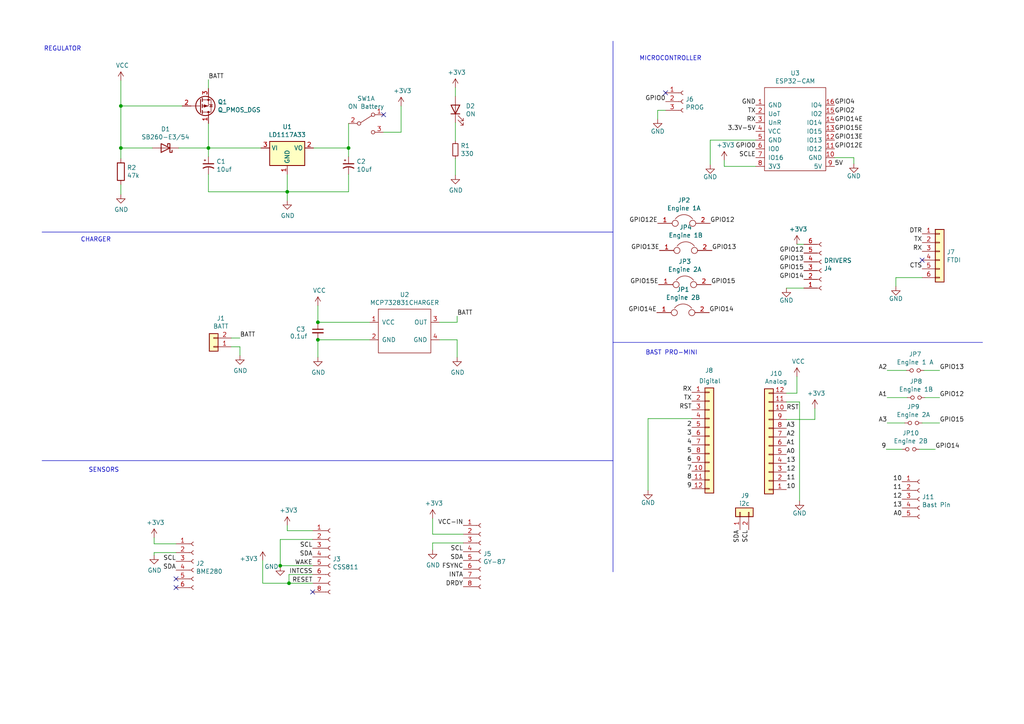
<source format=kicad_sch>
(kicad_sch (version 20230121) (generator eeschema)
  (paper "A4")
  (title_block (title "ROVER MAIN") (date "2019-07-04") (company "Electronic Cats") (comment 1 "Ing. Rocío Rodríguez"))
  (lib_symbols
    (symbol "Connector_Generic:Conn_01x02" (pin_names (offset 1.016) hide)
      (property "Reference" "J" (at 0 2.54 0))
      (property "Value" "Conn_01x02" (at 0 -5.08 0))
      (symbol "Conn_01x02_1_1"
        (rectangle (start -1.27 -2.413) (end 0 -2.667) (stroke (width 0.1524)))
        (rectangle (start -1.27 0.127) (end 0 -0.127) (stroke (width 0.1524)))
        (rectangle (start -1.27 1.27) (end 1.27 -3.81) (stroke (width 0.254)) (fill (type background)))
        (pin passive line (at -5.08 0 0) (length 3.81) (name "Pin_1") (number "1"))
        (pin passive line (at -5.08 -2.54 0) (length 3.81) (name "Pin_2") (number "2"))
      )
    )
    (symbol "Connector_Generic:Conn_01x06" (pin_names (offset 1.016) hide)
      (property "Reference" "J" (at 0 7.62 0))
      (property "Value" "Conn_01x06" (at 0 -10.16 0))
      (symbol "Conn_01x06_1_1"
        (rectangle (start -1.27 -7.493) (end 0 -7.747) (stroke (width 0.1524)))
        (rectangle (start -1.27 -4.953) (end 0 -5.207) (stroke (width 0.1524)))
        (rectangle (start -1.27 -2.413) (end 0 -2.667) (stroke (width 0.1524)))
        (rectangle (start -1.27 0.127) (end 0 -0.127) (stroke (width 0.1524)))
        (rectangle (start -1.27 2.667) (end 0 2.413) (stroke (width 0.1524)))
        (rectangle (start -1.27 5.207) (end 0 4.953) (stroke (width 0.1524)))
        (rectangle (start -1.27 6.35) (end 1.27 -8.89) (stroke (width 0.254)) (fill (type background)))
        (pin passive line (at -5.08 5.08 0) (length 3.81) (name "Pin_1") (number "1"))
        (pin passive line (at -5.08 2.54 0) (length 3.81) (name "Pin_2") (number "2"))
        (pin passive line (at -5.08 0 0) (length 3.81) (name "Pin_3") (number "3"))
        (pin passive line (at -5.08 -2.54 0) (length 3.81) (name "Pin_4") (number "4"))
        (pin passive line (at -5.08 -5.08 0) (length 3.81) (name "Pin_5") (number "5"))
        (pin passive line (at -5.08 -7.62 0) (length 3.81) (name "Pin_6") (number "6"))
      )
    )
    (symbol "Connector_Generic:Conn_01x12" (pin_names (offset 1.016) hide)
      (property "Reference" "J" (at 0 15.24 0))
      (property "Value" "Conn_01x12" (at 0 -17.78 0))
      (symbol "Conn_01x12_1_1"
        (rectangle (start -1.27 -15.113) (end 0 -15.367) (stroke (width 0.1524)))
        (rectangle (start -1.27 -12.573) (end 0 -12.827) (stroke (width 0.1524)))
        (rectangle (start -1.27 -10.033) (end 0 -10.287) (stroke (width 0.1524)))
        (rectangle (start -1.27 -7.493) (end 0 -7.747) (stroke (width 0.1524)))
        (rectangle (start -1.27 -4.953) (end 0 -5.207) (stroke (width 0.1524)))
        (rectangle (start -1.27 -2.413) (end 0 -2.667) (stroke (width 0.1524)))
        (rectangle (start -1.27 0.127) (end 0 -0.127) (stroke (width 0.1524)))
        (rectangle (start -1.27 2.667) (end 0 2.413) (stroke (width 0.1524)))
        (rectangle (start -1.27 5.207) (end 0 4.953) (stroke (width 0.1524)))
        (rectangle (start -1.27 7.747) (end 0 7.493) (stroke (width 0.1524)))
        (rectangle (start -1.27 10.287) (end 0 10.033) (stroke (width 0.1524)))
        (rectangle (start -1.27 12.827) (end 0 12.573) (stroke (width 0.1524)))
        (rectangle (start -1.27 13.97) (end 1.27 -16.51) (stroke (width 0.254)) (fill (type background)))
        (pin passive line (at -5.08 12.7 0) (length 3.81) (name "Pin_1") (number "1"))
        (pin passive line (at -5.08 -10.16 0) (length 3.81) (name "Pin_10") (number "10"))
        (pin passive line (at -5.08 -12.7 0) (length 3.81) (name "Pin_11") (number "11"))
        (pin passive line (at -5.08 -15.24 0) (length 3.81) (name "Pin_12") (number "12"))
        (pin passive line (at -5.08 10.16 0) (length 3.81) (name "Pin_2") (number "2"))
        (pin passive line (at -5.08 7.62 0) (length 3.81) (name "Pin_3") (number "3"))
        (pin passive line (at -5.08 5.08 0) (length 3.81) (name "Pin_4") (number "4"))
        (pin passive line (at -5.08 2.54 0) (length 3.81) (name "Pin_5") (number "5"))
        (pin passive line (at -5.08 0 0) (length 3.81) (name "Pin_6") (number "6"))
        (pin passive line (at -5.08 -2.54 0) (length 3.81) (name "Pin_7") (number "7"))
        (pin passive line (at -5.08 -5.08 0) (length 3.81) (name "Pin_8") (number "8"))
        (pin passive line (at -5.08 -7.62 0) (length 3.81) (name "Pin_9") (number "9"))
      )
    )
    (symbol "Device:C_Small" (pin_numbers hide) (pin_names (offset 0.254) hide)
      (property "Reference" "C" (at 0.254 1.778 0))
      (property "Value" "C_Small" (at 0.254 -2.032 0))
      (symbol "C_Small_0_1"
        (polyline (pts (xy -1.524 -0.508) (xy 1.524 -0.508)) (stroke (width 0.3302)))
        (polyline (pts (xy -1.524 0.508) (xy 1.524 0.508)) (stroke (width 0.3048)))
      )
      (symbol "C_Small_1_1"
        (pin passive line (at 0 2.54 270) (length 2.032) (name "~") (number "1"))
        (pin passive line (at 0 -2.54 90) (length 2.032) (name "~") (number "2"))
      )
    )
    (symbol "Device:D_Schottky" (pin_numbers hide) (pin_names (offset 1.016) hide)
      (property "Reference" "D" (at 0 2.54 0))
      (property "Value" "D_Schottky" (at 0 -2.54 0))
      (symbol "D_Schottky_0_1"
        (polyline (pts (xy 1.27 0) (xy -1.27 0)))
        (polyline (pts (xy 1.27 1.27) (xy 1.27 -1.27) (xy -1.27 0) (xy 1.27 1.27)) (stroke (width 0.254)))
        (polyline (pts (xy -1.905 0.635) (xy -1.905 1.27) (xy -1.27 1.27) (xy -1.27 -1.27) (xy -0.635 -1.27) (xy -0.635 -0.635)) (stroke (width 0.254)))
      )
      (symbol "D_Schottky_1_1"
        (pin passive line (at -3.81 0 0) (length 2.54) (name "K") (number "1"))
        (pin passive line (at 3.81 0 180) (length 2.54) (name "A") (number "2"))
      )
    )
    (symbol "Device:LED" (pin_numbers hide) (pin_names (offset 1.016) hide)
      (property "Reference" "D" (at 0 2.54 0))
      (property "Value" "LED" (at 0 -2.54 0))
      (symbol "LED_0_1"
        (polyline (pts (xy -1.27 -1.27) (xy -1.27 1.27)) (stroke (width 0.254)))
        (polyline (pts (xy -1.27 0) (xy 1.27 0)))
        (polyline (pts (xy 1.27 -1.27) (xy 1.27 1.27) (xy -1.27 0) (xy 1.27 -1.27)) (stroke (width 0.254)))
        (polyline (pts (xy -3.048 -0.762) (xy -4.572 -2.286) (xy -3.81 -2.286) (xy -4.572 -2.286) (xy -4.572 -1.524)))
        (polyline (pts (xy -1.778 -0.762) (xy -3.302 -2.286) (xy -2.54 -2.286) (xy -3.302 -2.286) (xy -3.302 -1.524)))
      )
      (symbol "LED_1_1"
        (pin passive line (at -3.81 0 0) (length 2.54) (name "K") (number "1"))
        (pin passive line (at 3.81 0 180) (length 2.54) (name "A") (number "2"))
      )
    )
    (symbol "Device:Q_PMOS_DGS" (pin_names (offset 0) hide)
      (property "Reference" "Q" (at 5.08 1.27 0))
      (property "Value" "Q_PMOS_DGS" (at 5.08 -1.27 0))
      (symbol "Q_PMOS_DGS_0_1"
        (polyline (pts (xy 0.254 0) (xy -2.54 0)))
        (polyline (pts (xy 0.254 1.905) (xy 0.254 -1.905)) (stroke (width 0.254)))
        (polyline (pts (xy 0.762 -1.27) (xy 0.762 -2.286)) (stroke (width 0.254)))
        (polyline (pts (xy 0.762 0.508) (xy 0.762 -0.508)) (stroke (width 0.254)))
        (polyline (pts (xy 0.762 2.286) (xy 0.762 1.27)) (stroke (width 0.254)))
        (polyline (pts (xy 2.54 2.54) (xy 2.54 1.778)))
        (polyline (pts (xy 2.54 -2.54) (xy 2.54 0) (xy 0.762 0)))
        (polyline (pts (xy 0.762 1.778) (xy 3.302 1.778) (xy 3.302 -1.778) (xy 0.762 -1.778)))
        (polyline (pts (xy 2.286 0) (xy 1.27 0.381) (xy 1.27 -0.381) (xy 2.286 0)) (fill (type outline)))
        (polyline (pts (xy 2.794 -0.508) (xy 2.921 -0.381) (xy 3.683 -0.381) (xy 3.81 -0.254)))
        (polyline (pts (xy 3.302 -0.381) (xy 2.921 0.254) (xy 3.683 0.254) (xy 3.302 -0.381)))
        (circle (center 1.651 0) (radius 2.794) (stroke (width 0.254)))
        (circle (center 2.54 -1.778) (radius 0.254) (fill (type outline)))
        (circle (center 2.54 1.778) (radius 0.254) (fill (type outline)))
      )
      (symbol "Q_PMOS_DGS_1_1"
        (pin passive line (at 2.54 5.08 270) (length 2.54) (name "D") (number "1"))
        (pin input line (at -5.08 0 0) (length 2.54) (name "G") (number "2"))
        (pin passive line (at 2.54 -5.08 90) (length 2.54) (name "S") (number "3"))
      )
    )
    (symbol "Device:R" (pin_numbers hide) (pin_names (offset 0))
      (property "Reference" "R" (at 2.032 0 90))
      (property "Value" "R" (at 0 0 90))
      (symbol "R_0_1"
        (rectangle (start -1.016 -2.54) (end 1.016 2.54) (stroke (width 0.254)))
      )
      (symbol "R_1_1"
        (pin passive line (at 0 3.81 270) (length 1.27) (name "~") (number "1"))
        (pin passive line (at 0 -3.81 90) (length 1.27) (name "~") (number "2"))
      )
    )
    (symbol "Device:R_Small" (pin_numbers hide) (pin_names (offset 0.254) hide)
      (property "Reference" "R" (at 0.762 0.508 0))
      (property "Value" "R_Small" (at 0.762 -1.016 0))
      (symbol "R_Small_0_1"
        (rectangle (start -0.762 1.778) (end 0.762 -1.778) (stroke (width 0.2032)))
      )
      (symbol "R_Small_1_1"
        (pin passive line (at 0 2.54 270) (length 0.762) (name "~") (number "1"))
        (pin passive line (at 0 -2.54 90) (length 0.762) (name "~") (number "2"))
      )
    )
    (symbol "Regulator_Linear:LD1117S12TR_SOT223"
      (property "Reference" "U" (at -3.81 3.175 0))
      (property "Value" "LD1117S12TR_SOT223" (at 0 3.175 0))
      (symbol "LD1117S12TR_SOT223_0_1"
        (rectangle (start -5.08 -5.08) (end 5.08 1.905) (stroke (width 0.254)) (fill (type background)))
      )
      (symbol "LD1117S12TR_SOT223_1_1"
        (pin power_in line (at 0 -7.62 90) (length 2.54) (name "GND") (number "1"))
        (pin power_out line (at 7.62 0 180) (length 2.54) (name "VO") (number "2"))
        (pin power_in line (at -7.62 0 0) (length 2.54) (name "VI") (number "3"))
      )
    )
    (symbol "Switch:SW_DPDT_x2" (pin_names (offset 0) hide)
      (property "Reference" "SW" (at 0 4.318 0))
      (property "Value" "SW_DPDT_x2" (at 0 -5.08 0))
      (symbol "SW_DPDT_x2_0_0"
        (circle (center -2.032 0) (radius 0.508))
        (circle (center 2.032 -2.54) (radius 0.508))
      )
      (symbol "SW_DPDT_x2_0_1"
        (polyline (pts (xy -1.524 0.254) (xy 1.651 2.286)))
        (circle (center 2.032 2.54) (radius 0.508))
      )
      (symbol "SW_DPDT_x2_1_1"
        (pin passive line (at 5.08 2.54 180) (length 2.54) (name "A") (number "1"))
        (pin passive line (at -5.08 0 0) (length 2.54) (name "B") (number "2"))
        (pin passive line (at 5.08 -2.54 180) (length 2.54) (name "C") (number "3"))
      )
      (symbol "SW_DPDT_x2_2_1"
        (pin passive line (at 5.08 2.54 180) (length 2.54) (name "A") (number "4"))
        (pin passive line (at -5.08 0 0) (length 2.54) (name "B") (number "5"))
        (pin passive line (at 5.08 -2.54 180) (length 2.54) (name "C") (number "6"))
      )
    )
    (symbol "cat_finder_main-rescue:+3.3V-power" (power) (pin_names (offset 0))
      (property "Value" "+3.3V-power" (at 0 3.556 0))
      (symbol "+3.3V-power_0_1"
        (polyline (pts (xy -0.762 1.27) (xy 0 2.54)))
        (polyline (pts (xy 0 0) (xy 0 2.54)))
        (polyline (pts (xy 0 2.54) (xy 0.762 1.27)))
      )
      (symbol "+3.3V-power_1_1"
        (pin power_in line (at 0 0 90) (length 0) hide (name "+3V3") (number "1"))
      )
    )
    (symbol "cat_finder_main-rescue:CP1_Small-Device" (pin_numbers hide) (pin_names (offset 0.254) hide)
      (property "Reference" "C" (at 0.254 1.778 0))
      (property "Value" "Device_CP1_Small" (at 0.254 -2.032 0))
      (symbol "CP1_Small-Device_0_1"
        (polyline (pts (xy -1.524 0.508) (xy 1.524 0.508)) (stroke (width 0.3048)))
        (polyline (pts (xy -1.27 1.524) (xy -0.762 1.524)))
        (polyline (pts (xy -1.016 1.27) (xy -1.016 1.778)))
        (arc (start 1.524 -0.762) (mid 0 -0.3734) (end -1.524 -0.762) (stroke (width 0.3048)))
      )
      (symbol "CP1_Small-Device_1_1"
        (pin passive line (at 0 2.54 270) (length 2.032) (name "~") (number "1"))
        (pin passive line (at 0 -2.54 90) (length 2.032) (name "~") (number "2"))
      )
    )
    (symbol "cat_finder_main-rescue:Conn_01x03_Female-Connector" (pin_names (offset 1.016) hide)
      (property "Reference" "J" (at 0 5.08 0))
      (property "Value" "Connector_Conn_01x03_Female" (at 0 -5.08 0))
      (symbol "Conn_01x03_Female-Connector_1_1"
        (arc (start 0 -2.032) (mid -0.5058 -2.54) (end 0 -3.048) (stroke (width 0.1524)))
        (polyline (pts (xy -1.27 -2.54) (xy -0.508 -2.54)) (stroke (width 0.1524)))
        (polyline (pts (xy -1.27 0) (xy -0.508 0)) (stroke (width 0.1524)))
        (polyline (pts (xy -1.27 2.54) (xy -0.508 2.54)) (stroke (width 0.1524)))
        (arc (start 0 0.508) (mid -0.5058 0) (end 0 -0.508) (stroke (width 0.1524)))
        (arc (start 0 3.048) (mid -0.5058 2.54) (end 0 2.032) (stroke (width 0.1524)))
        (pin passive line (at -5.08 2.54 0) (length 3.81) (name "Pin_1") (number "1"))
        (pin passive line (at -5.08 0 0) (length 3.81) (name "Pin_2") (number "2"))
        (pin passive line (at -5.08 -2.54 0) (length 3.81) (name "Pin_3") (number "3"))
      )
    )
    (symbol "cat_finder_main-rescue:Conn_01x05_Female-Connector" (pin_names (offset 1.016) hide)
      (property "Reference" "J" (at 0 7.62 0))
      (property "Value" "Connector_Conn_01x05_Female" (at 0 -7.62 0))
      (symbol "Conn_01x05_Female-Connector_1_1"
        (arc (start 0 -4.572) (mid -0.5058 -5.08) (end 0 -5.588) (stroke (width 0.1524)))
        (arc (start 0 -2.032) (mid -0.5058 -2.54) (end 0 -3.048) (stroke (width 0.1524)))
        (polyline (pts (xy -1.27 -5.08) (xy -0.508 -5.08)) (stroke (width 0.1524)))
        (polyline (pts (xy -1.27 -2.54) (xy -0.508 -2.54)) (stroke (width 0.1524)))
        (polyline (pts (xy -1.27 0) (xy -0.508 0)) (stroke (width 0.1524)))
        (polyline (pts (xy -1.27 2.54) (xy -0.508 2.54)) (stroke (width 0.1524)))
        (polyline (pts (xy -1.27 5.08) (xy -0.508 5.08)) (stroke (width 0.1524)))
        (arc (start 0 0.508) (mid -0.5058 0) (end 0 -0.508) (stroke (width 0.1524)))
        (arc (start 0 3.048) (mid -0.5058 2.54) (end 0 2.032) (stroke (width 0.1524)))
        (arc (start 0 5.588) (mid -0.5058 5.08) (end 0 4.572) (stroke (width 0.1524)))
        (pin passive line (at -5.08 5.08 0) (length 3.81) (name "Pin_1") (number "1"))
        (pin passive line (at -5.08 2.54 0) (length 3.81) (name "Pin_2") (number "2"))
        (pin passive line (at -5.08 0 0) (length 3.81) (name "Pin_3") (number "3"))
        (pin passive line (at -5.08 -2.54 0) (length 3.81) (name "Pin_4") (number "4"))
        (pin passive line (at -5.08 -5.08 0) (length 3.81) (name "Pin_5") (number "5"))
      )
    )
    (symbol "cat_finder_main-rescue:Conn_01x06_Female-Connector" (pin_names (offset 1.016) hide)
      (property "Reference" "J" (at 0 7.62 0))
      (property "Value" "Connector_Conn_01x06_Female" (at 0 -10.16 0))
      (symbol "Conn_01x06_Female-Connector_1_1"
        (arc (start 0 -7.112) (mid -0.5058 -7.62) (end 0 -8.128) (stroke (width 0.1524)))
        (arc (start 0 -4.572) (mid -0.5058 -5.08) (end 0 -5.588) (stroke (width 0.1524)))
        (arc (start 0 -2.032) (mid -0.5058 -2.54) (end 0 -3.048) (stroke (width 0.1524)))
        (polyline (pts (xy -1.27 -7.62) (xy -0.508 -7.62)) (stroke (width 0.1524)))
        (polyline (pts (xy -1.27 -5.08) (xy -0.508 -5.08)) (stroke (width 0.1524)))
        (polyline (pts (xy -1.27 -2.54) (xy -0.508 -2.54)) (stroke (width 0.1524)))
        (polyline (pts (xy -1.27 0) (xy -0.508 0)) (stroke (width 0.1524)))
        (polyline (pts (xy -1.27 2.54) (xy -0.508 2.54)) (stroke (width 0.1524)))
        (polyline (pts (xy -1.27 5.08) (xy -0.508 5.08)) (stroke (width 0.1524)))
        (arc (start 0 0.508) (mid -0.5058 0) (end 0 -0.508) (stroke (width 0.1524)))
        (arc (start 0 3.048) (mid -0.5058 2.54) (end 0 2.032) (stroke (width 0.1524)))
        (arc (start 0 5.588) (mid -0.5058 5.08) (end 0 4.572) (stroke (width 0.1524)))
        (pin passive line (at -5.08 5.08 0) (length 3.81) (name "Pin_1") (number "1"))
        (pin passive line (at -5.08 2.54 0) (length 3.81) (name "Pin_2") (number "2"))
        (pin passive line (at -5.08 0 0) (length 3.81) (name "Pin_3") (number "3"))
        (pin passive line (at -5.08 -2.54 0) (length 3.81) (name "Pin_4") (number "4"))
        (pin passive line (at -5.08 -5.08 0) (length 3.81) (name "Pin_5") (number "5"))
        (pin passive line (at -5.08 -7.62 0) (length 3.81) (name "Pin_6") (number "6"))
      )
    )
    (symbol "cat_finder_main-rescue:Conn_01x08_Female-Connector" (pin_names (offset 1.016) hide)
      (property "Reference" "J" (at 0 10.16 0))
      (property "Value" "Connector_Conn_01x08_Female" (at 0 -12.7 0))
      (symbol "Conn_01x08_Female-Connector_1_1"
        (arc (start 0 -9.652) (mid -0.5058 -10.16) (end 0 -10.668) (stroke (width 0.1524)))
        (arc (start 0 -7.112) (mid -0.5058 -7.62) (end 0 -8.128) (stroke (width 0.1524)))
        (arc (start 0 -4.572) (mid -0.5058 -5.08) (end 0 -5.588) (stroke (width 0.1524)))
        (arc (start 0 -2.032) (mid -0.5058 -2.54) (end 0 -3.048) (stroke (width 0.1524)))
        (polyline (pts (xy -1.27 -10.16) (xy -0.508 -10.16)) (stroke (width 0.1524)))
        (polyline (pts (xy -1.27 -7.62) (xy -0.508 -7.62)) (stroke (width 0.1524)))
        (polyline (pts (xy -1.27 -5.08) (xy -0.508 -5.08)) (stroke (width 0.1524)))
        (polyline (pts (xy -1.27 -2.54) (xy -0.508 -2.54)) (stroke (width 0.1524)))
        (polyline (pts (xy -1.27 0) (xy -0.508 0)) (stroke (width 0.1524)))
        (polyline (pts (xy -1.27 2.54) (xy -0.508 2.54)) (stroke (width 0.1524)))
        (polyline (pts (xy -1.27 5.08) (xy -0.508 5.08)) (stroke (width 0.1524)))
        (polyline (pts (xy -1.27 7.62) (xy -0.508 7.62)) (stroke (width 0.1524)))
        (arc (start 0 0.508) (mid -0.5058 0) (end 0 -0.508) (stroke (width 0.1524)))
        (arc (start 0 3.048) (mid -0.5058 2.54) (end 0 2.032) (stroke (width 0.1524)))
        (arc (start 0 5.588) (mid -0.5058 5.08) (end 0 4.572) (stroke (width 0.1524)))
        (arc (start 0 8.128) (mid -0.5058 7.62) (end 0 7.112) (stroke (width 0.1524)))
        (pin passive line (at -5.08 7.62 0) (length 3.81) (name "Pin_1") (number "1"))
        (pin passive line (at -5.08 5.08 0) (length 3.81) (name "Pin_2") (number "2"))
        (pin passive line (at -5.08 2.54 0) (length 3.81) (name "Pin_3") (number "3"))
        (pin passive line (at -5.08 0 0) (length 3.81) (name "Pin_4") (number "4"))
        (pin passive line (at -5.08 -2.54 0) (length 3.81) (name "Pin_5") (number "5"))
        (pin passive line (at -5.08 -5.08 0) (length 3.81) (name "Pin_6") (number "6"))
        (pin passive line (at -5.08 -7.62 0) (length 3.81) (name "Pin_7") (number "7"))
        (pin passive line (at -5.08 -10.16 0) (length 3.81) (name "Pin_8") (number "8"))
      )
    )
    (symbol "cat_finder_main-rescue:ESP32-CAM-electroniccats" (pin_names (offset 1.016))
      (property "Reference" "U" (at 0 10.16 0))
      (property "Value" "electroniccats_ESP32-CAM" (at 0 -16.51 0))
      (symbol "ESP32-CAM-electroniccats_0_1"
        (rectangle (start -8.89 8.89) (end 8.89 -15.24))
      )
      (symbol "ESP32-CAM-electroniccats_1_1"
        (pin input line (at -11.43 3.81 0) (length 2.54) (name "GND") (number "1"))
        (pin input line (at 11.43 -11.43 180) (length 2.54) (name "GND") (number "10"))
        (pin input line (at 11.43 -8.89 180) (length 2.54) (name "IO12") (number "11"))
        (pin input line (at 11.43 -6.35 180) (length 2.54) (name "IO13") (number "12"))
        (pin input line (at 11.43 -3.81 180) (length 2.54) (name "IO15") (number "13"))
        (pin input line (at 11.43 -1.27 180) (length 2.54) (name "IO14") (number "14"))
        (pin input line (at 11.43 1.27 180) (length 2.54) (name "IO2") (number "15"))
        (pin input line (at 11.43 3.81 180) (length 2.54) (name "IO4") (number "16"))
        (pin input line (at -11.43 1.27 0) (length 2.54) (name "UoT") (number "2"))
        (pin input line (at -11.43 -1.27 0) (length 2.54) (name "UnR") (number "3"))
        (pin input line (at -11.43 -3.81 0) (length 2.54) (name "VCC") (number "4"))
        (pin input line (at -11.43 -6.35 0) (length 2.54) (name "GND") (number "5"))
        (pin input line (at -11.43 -8.89 0) (length 2.54) (name "IO0") (number "6"))
        (pin input line (at -11.43 -11.43 0) (length 2.54) (name "IO16") (number "7"))
        (pin input line (at -11.43 -13.97 0) (length 2.54) (name "3V3") (number "8"))
        (pin input line (at 11.43 -13.97 180) (length 2.54) (name "5V") (number "9"))
      )
    )
    (symbol "cat_finder_main-rescue:Jumper-Device" (pin_names (offset 0.762) hide)
      (property "Reference" "JP" (at 0 3.81 0))
      (property "Value" "Device_Jumper" (at 0 -2.032 0))
      (symbol "Jumper-Device_0_1"
        (circle (center -2.54 0) (radius 0.889))
        (arc (start 2.5146 1.27) (mid 0.0078 2.5097) (end -2.4892 1.27))
        (circle (center 2.54 0) (radius 0.889))
        (pin passive line (at -7.62 0 0) (length 4.191) (name "1") (number "1"))
        (pin passive line (at 7.62 0 180) (length 4.191) (name "2") (number "2"))
      )
    )
    (symbol "cat_finder_main-rescue:Jumper_NO_Small-Device" (pin_numbers hide) (pin_names (offset 0.762) hide)
      (property "Reference" "JP" (at 0 2.032 0))
      (property "Value" "Device_Jumper_NO_Small" (at 0.254 -1.524 0))
      (symbol "Jumper_NO_Small-Device_0_1"
        (circle (center -1.016 0) (radius 0.508))
        (circle (center 1.016 0) (radius 0.508))
        (pin passive line (at -2.54 0 0) (length 1.016) (name "1") (number "1"))
        (pin passive line (at 2.54 0 180) (length 1.016) (name "2") (number "2"))
      )
    )
    (symbol "cat_finder_main-rescue:MCP732831CHARGER-electroniccats" (pin_names (offset 1.016))
      (property "Reference" "U" (at 0 -7.62 0))
      (property "Value" "electroniccats_MCP732831CHARGER" (at 0 7.62 0))
      (symbol "MCP732831CHARGER-electroniccats_0_1"
        (rectangle (start -7.62 6.35) (end 7.62 -6.35))
      )
      (symbol "MCP732831CHARGER-electroniccats_1_1"
        (pin input line (at -10.16 2.54 0) (length 2.54) (name "VCC") (number "1"))
        (pin input line (at -10.16 -2.54 0) (length 2.54) (name "GND") (number "2"))
        (pin output line (at 10.16 2.54 180) (length 2.54) (name "OUT") (number "3"))
        (pin output line (at 10.16 -2.54 180) (length 2.54) (name "GND") (number "4"))
      )
    )
    (symbol "power:GND" (power) (pin_names (offset 0))
      (property "Value" "GND" (at 0 -3.81 0))
      (symbol "GND_0_1"
        (polyline (pts (xy 0 0) (xy 0 -1.27) (xy 1.27 -1.27) (xy 0 -2.54) (xy -1.27 -1.27) (xy 0 -1.27)))
      )
      (symbol "GND_1_1"
        (pin power_in line (at 0 0 270) (length 0) hide (name "GND") (number "1"))
      )
    )
    (symbol "power:VCC" (power) (pin_names (offset 0))
      (property "Value" "VCC" (at 0 3.81 0))
      (symbol "VCC_0_1"
        (polyline (pts (xy -0.762 1.27) (xy 0 2.54)))
        (polyline (pts (xy 0 0) (xy 0 2.54)))
        (polyline (pts (xy 0 2.54) (xy 0.762 1.27)))
      )
      (symbol "VCC_1_1"
        (pin power_in line (at 0 0 90) (length 0) hide (name "VCC") (number "1"))
      )
    )
  )
  (junction (at 81.28 164.084))
  (junction (at 35.052 42.926))
  (junction (at 60.452 42.926))
  (junction (at 83.82 169.164))
  (junction (at 92.202 93.472))
  (junction (at 92.202 98.552))
  (junction (at 35.052 30.734))
  (junction (at 83.312 55.626))
  (junction (at 101.092 42.926))
  (no_connect (at 90.678 171.704))
  (no_connect (at 193.04 26.924))
  (no_connect (at 267.462 75.438))
  (no_connect (at 111.252 33.274))
  (no_connect (at 51.054 167.894))
  (no_connect (at 51.054 170.434))
  (wire (pts (xy 90.678 164.084) (xy 81.28 164.084)))
  (wire (pts (xy 132.08 35.56) (xy 132.08 40.894)))
  (wire (pts (xy 90.678 166.624) (xy 83.82 166.624)))
  (wire (pts (xy 210.058 46.482) (xy 210.058 48.26)))
  (wire (pts (xy 190.754 34.544) (xy 190.754 32.004)))
  (wire (pts (xy 60.452 25.654) (xy 60.452 23.114)))
  (wire (pts (xy 268.224 115.316) (xy 272.542 115.316)))
  (wire (pts (xy 35.052 42.926) (xy 35.052 45.974)))
  (polyline (pts (xy 12.192 133.604) (xy 177.8 133.604)))
  (polyline (pts (xy 12.192 67.31) (xy 177.8 67.31)))
  (wire (pts (xy 60.452 42.926) (xy 75.692 42.926)))
  (wire (pts (xy 231.14 114.046) (xy 231.14 109.22)))
  (wire (pts (xy 228.092 121.666) (xy 236.347 121.666)))
  (wire (pts (xy 101.092 35.814) (xy 101.092 42.926)))
  (wire (pts (xy 259.842 80.518) (xy 267.462 80.518)))
  (wire (pts (xy 219.202 40.64) (xy 205.994 40.64)))
  (wire (pts (xy 205.994 40.64) (xy 205.994 47.752)))
  (wire (pts (xy 132.588 91.694) (xy 132.588 93.472)))
  (wire (pts (xy 187.96 121.412) (xy 200.66 121.412)))
  (wire (pts (xy 35.052 30.734) (xy 52.832 30.734)))
  (wire (pts (xy 83.312 152.4) (xy 83.312 153.924)))
  (wire (pts (xy 267.97 107.442) (xy 272.542 107.442)))
  (wire (pts (xy 67.056 100.584) (xy 69.596 100.584)))
  (wire (pts (xy 60.452 55.626) (xy 83.312 55.626)))
  (wire (pts (xy 44.704 157.734) (xy 51.054 157.734)))
  (wire (pts (xy 233.172 70.866) (xy 231.14 70.866)))
  (wire (pts (xy 81.28 156.464) (xy 81.28 164.084)))
  (wire (pts (xy 92.202 98.552) (xy 92.202 103.632)))
  (polyline (pts (xy 177.8 165.862) (xy 177.8 11.938)))
  (wire (pts (xy 90.678 156.464) (xy 81.28 156.464)))
  (wire (pts (xy 132.588 93.472) (xy 127.508 93.472)))
  (wire (pts (xy 35.052 30.734) (xy 35.052 23.368)))
  (wire (pts (xy 83.82 169.164) (xy 76.2 169.164)))
  (wire (pts (xy 76.2 169.164) (xy 76.2 162.56)))
  (wire (pts (xy 242.062 45.72) (xy 247.65 45.72)))
  (wire (pts (xy 92.202 88.646) (xy 92.202 93.472)))
  (wire (pts (xy 266.7 130.302) (xy 271.272 130.302)))
  (wire (pts (xy 44.704 155.956) (xy 44.704 157.734)))
  (wire (pts (xy 231.902 116.586) (xy 231.902 145.288)))
  (wire (pts (xy 267.462 122.682) (xy 272.542 122.682)))
  (wire (pts (xy 83.312 55.626) (xy 83.312 50.546)))
  (wire (pts (xy 261.62 130.302) (xy 257.048 130.302)))
  (wire (pts (xy 125.476 154.94) (xy 125.476 150.368)))
  (wire (pts (xy 127.508 98.552) (xy 132.588 98.552)))
  (wire (pts (xy 187.96 121.412) (xy 187.96 142.24)))
  (wire (pts (xy 228.092 83.566) (xy 233.172 83.566)))
  (wire (pts (xy 125.476 157.48) (xy 125.476 159.512)))
  (polyline (pts (xy 177.8 99.314) (xy 284.988 99.314)))
  (wire (pts (xy 60.452 35.814) (xy 60.452 42.926)))
  (wire (pts (xy 83.312 58.166) (xy 83.312 55.626)))
  (wire (pts (xy 83.82 169.164) (xy 90.678 169.164)))
  (wire (pts (xy 116.332 38.354) (xy 116.332 30.734)))
  (wire (pts (xy 69.596 100.584) (xy 69.596 103.124)))
  (wire (pts (xy 259.842 83.058) (xy 259.842 80.518)))
  (wire (pts (xy 90.932 42.926) (xy 101.092 42.926)))
  (wire (pts (xy 44.196 42.926) (xy 35.052 42.926)))
  (wire (pts (xy 190.754 32.004) (xy 193.04 32.004)))
  (wire (pts (xy 210.058 48.26) (xy 219.202 48.26)))
  (wire (pts (xy 101.092 50.546) (xy 101.092 55.626)))
  (wire (pts (xy 67.056 98.044) (xy 69.596 98.044)))
  (wire (pts (xy 228.092 116.586) (xy 231.902 116.586)))
  (wire (pts (xy 263.144 115.316) (xy 257.302 115.316)))
  (wire (pts (xy 111.252 38.354) (xy 116.332 38.354)))
  (wire (pts (xy 101.092 42.926) (xy 101.092 45.466)))
  (wire (pts (xy 228.092 114.046) (xy 231.14 114.046)))
  (wire (pts (xy 247.65 47.498) (xy 247.65 45.72)))
  (wire (pts (xy 134.366 154.94) (xy 125.476 154.94)))
  (wire (pts (xy 236.347 121.666) (xy 236.347 118.491)))
  (wire (pts (xy 92.202 98.552) (xy 107.188 98.552)))
  (wire (pts (xy 92.202 93.472) (xy 107.188 93.472)))
  (wire (pts (xy 134.366 157.48) (xy 125.476 157.48)))
  (wire (pts (xy 101.092 55.626) (xy 83.312 55.626)))
  (wire (pts (xy 262.89 107.442) (xy 257.302 107.442)))
  (wire (pts (xy 81.28 164.084) (xy 81.28 164.338)))
  (wire (pts (xy 83.82 166.624) (xy 83.82 169.164)))
  (wire (pts (xy 35.052 53.594) (xy 35.052 56.388)))
  (wire (pts (xy 35.052 30.734) (xy 35.052 42.926)))
  (wire (pts (xy 257.302 122.682) (xy 262.382 122.682)))
  (wire (pts (xy 44.704 160.274) (xy 51.054 160.274)))
  (wire (pts (xy 44.704 161.036) (xy 44.704 160.274)))
  (wire (pts (xy 132.08 45.974) (xy 132.08 50.8)))
  (wire (pts (xy 60.452 42.926) (xy 60.452 45.466)))
  (wire (pts (xy 60.452 50.546) (xy 60.452 55.626)))
  (wire (pts (xy 132.08 25.4) (xy 132.08 27.94)))
  (wire (pts (xy 51.816 42.926) (xy 60.452 42.926)))
  (wire (pts (xy 132.588 98.552) (xy 132.588 103.632)))
  (wire (pts (xy 83.312 153.924) (xy 90.678 153.924)))
  (text "CHARGER\n\n" (at 23.368 72.39 0) (effects (font (size 1.27 1.27)) (justify left bottom)))
  (text "BAST PRO-MINI\n" (at 187.198 103.124 0) (effects (font (size 1.27 1.27)) (justify left bottom)))
  (text "REGULATOR\n" (at 12.7 14.986 0) (effects (font (size 1.27 1.27)) (justify left bottom)))
  (text "MICROCONTROLLER\n" (at 185.42 17.78 0) (effects (font (size 1.27 1.27)) (justify left bottom)))
  (text "SENSORS\n" (at 25.654 137.16 0) (effects (font (size 1.27 1.27)) (justify left bottom)))
  (label "SCL" (at 90.678 159.004 180))
  (label "13" (at 228.092 134.366 0))
  (label "RESET" (at 90.678 169.164 180))
  (label "GPIO14E" (at 242.062 35.56 0))
  (label "TX" (at 267.462 70.358 180))
  (label "RST" (at 200.66 118.872 180))
  (label "3.3V-5V" (at 219.202 38.1 180))
  (label "5" (at 200.66 131.572 180))
  (label "BATT" (at 132.588 91.694 0))
  (label "6" (at 200.66 134.112 180))
  (label "GND" (at 219.202 30.48 180))
  (label "RX" (at 200.66 113.792 180))
  (label "GPIO14" (at 233.172 81.026 180))
  (label "GPIO14E" (at 190.5 90.678 180))
  (label "GPIO13" (at 206.502 72.644 0))
  (label "5V" (at 242.062 48.26 0))
  (label "2" (at 200.66 123.952 180))
  (label "GPIO12" (at 233.172 73.406 180))
  (label "SCL" (at 134.366 160.02 180))
  (label "12" (at 228.092 136.906 0))
  (label "GPIO14" (at 271.272 130.302 0))
  (label "GPIO14" (at 205.74 90.678 0))
  (label "11" (at 228.092 139.446 0))
  (label "A1" (at 257.302 115.316 180))
  (label "A0" (at 228.092 131.826 0))
  (label "GPIO12" (at 272.542 115.316 0))
  (label "11" (at 261.62 142.24 180))
  (label "SDA" (at 90.678 161.544 180))
  (label "GPIO12E" (at 242.062 43.18 0))
  (label "GPIO15E" (at 191.008 82.55 180))
  (label "10" (at 228.092 141.986 0))
  (label "13" (at 261.62 147.32 180))
  (label "GPIO13E" (at 191.262 72.644 180))
  (label "12" (at 261.62 144.78 180))
  (label "9" (at 257.048 130.302 180))
  (label "INTCSS" (at 90.678 166.624 180))
  (label "SDA" (at 134.366 162.56 180))
  (label "GPIO15E" (at 242.062 38.1 0))
  (label "A0" (at 261.62 149.86 180))
  (label "VCC-IN" (at 134.366 152.4 180))
  (label "TX" (at 219.202 33.02 180))
  (label "SCL" (at 51.054 162.814 180))
  (label "GPIO0" (at 193.04 29.464 180))
  (label "FSYNC" (at 134.366 165.1 180))
  (label "A1" (at 228.092 129.286 0))
  (label "GPIO2" (at 242.062 33.02 0))
  (label "RX" (at 219.202 35.56 180))
  (label "SCLE" (at 219.202 45.72 180))
  (label "SDA" (at 214.63 153.67 270))
  (label "A3" (at 257.302 122.682 180))
  (label "A3" (at 228.092 124.206 0))
  (label "GPIO4" (at 242.062 30.48 0))
  (label "DRDY" (at 134.366 170.18 180))
  (label "GPIO13" (at 233.172 75.946 180))
  (label "SCL" (at 217.17 153.67 270))
  (label "GPIO13E" (at 242.062 40.64 0))
  (label "SDA" (at 51.054 165.354 180))
  (label "BATT" (at 69.596 98.044 0))
  (label "CTS" (at 267.462 77.978 180))
  (label "GPIO13" (at 272.542 107.442 0))
  (label "4" (at 200.66 129.032 180))
  (label "DTR" (at 267.462 67.818 180))
  (label "GPIO12E" (at 190.754 64.77 180))
  (label "10" (at 261.62 139.7 180))
  (label "BATT" (at 60.452 23.114 0))
  (label "GPIO15" (at 272.542 122.682 0))
  (label "7" (at 200.66 136.652 180))
  (label "INTA" (at 134.366 167.64 180))
  (label "WAKE" (at 90.678 164.084 180))
  (label "9" (at 200.66 141.732 180))
  (label "GPIO0" (at 219.202 43.18 180))
  (label "A2" (at 228.092 126.746 0))
  (label "GPIO15" (at 233.172 78.486 180))
  (label "A2" (at 257.302 107.442 180))
  (label "GPIO12" (at 205.994 64.77 0))
  (label "TX" (at 200.66 116.332 180))
  (label "RST" (at 228.092 119.126 0))
  (label "3" (at 200.66 126.492 180))
  (label "RX" (at 267.462 72.898 180))
  (label "8" (at 200.66 139.192 180))
  (label "GPIO15" (at 206.248 82.55 0))
  (symbol (lib_id "Connector_Generic:Conn_01x02") (at 61.976 100.584 180) (unit 1)
    (property "Reference" "J1" (at 64.0588 92.329 0))
    (property "Value" "BATT" (at 64.0588 94.6404 0))
    (property "Footprint" "TerminalBlock:TerminalBlock_bornier-2_P5.08mm" (effects hide))
  )
  (symbol (lib_id "Device:C_Small") (at 92.202 96.012 0) (unit 1)
    (property "Reference" "C3" (at 85.852 95.504 0) (effects (justify left)))
    (property "Value" "0.1uf" (at 84.074 97.536 0) (effects (justify left)))
    (property "Footprint" "Capacitor_THT:C_Disc_D5.0mm_W2.5mm_P5.00mm" (effects hide))
    (property "Datasheet" "https://www.mouser.mx/datasheet/2/427/kseries-211347.pdf" (effects hide))
    (property "manf#" "K104K15X7RF53H5" (effects hide))
  )
  (symbol (lib_id "Device:R_Small") (at 132.08 43.434 180) (unit 1)
    (property "Reference" "R1" (at 133.5786 42.2656 0) (effects (justify right)))
    (property "Value" "330" (at 133.5786 44.577 0) (effects (justify right)))
    (property "Footprint" "Resistor_THT:R_Axial_DIN0207_L6.3mm_D2.5mm_P10.16mm_Horizontal" (effects hide))
    (property "Datasheet" "https://www.mouser.mx/datasheet/2/447/Yageo%20LR_CFR_2013-595289.pdf" (effects hide))
    (property "manf#" "CFR-25JT-52-330R" (effects hide))
  )
  (symbol (lib_id "cat_finder_main-rescue:Conn_01x08_Female-Connector") (at 95.758 161.544 0) (unit 1)
    (property "Reference" "J3" (at 96.4692 162.1536 0) (effects (justify left)))
    (property "Value" "CSS811" (at 96.4692 164.465 0) (effects (justify left)))
    (property "Footprint" "Connector_PinHeader_2.54mm:PinHeader_1x08_P2.54mm_Vertical" (effects hide))
  )
  (symbol (lib_id "Connector_Generic:Conn_01x06") (at 272.542 72.898 0) (unit 1)
    (property "Reference" "J7" (at 274.574 73.1012 0) (effects (justify left)))
    (property "Value" "FTDI" (at 274.574 75.4126 0) (effects (justify left)))
    (property "Footprint" "Connector_PinHeader_2.54mm:PinHeader_1x06_P2.54mm_Vertical" (effects hide))
  )
  (symbol (lib_id "power:GND") (at 259.842 83.058 0) (unit 1)
    (property "Reference" "#PWR018" (effects hide))
    (property "Value" "GND" (at 259.842 86.614 0))
  )
  (symbol (lib_id "power:GND") (at 228.092 83.566 0) (unit 1)
    (property "Reference" "#PWR014" (effects hide))
    (property "Value" "GND" (at 228.092 87.122 0))
  )
  (symbol (lib_id "power:GND") (at 69.596 103.124 0) (unit 1)
    (property "Reference" "#PWR03" (effects hide))
    (property "Value" "GND" (at 69.723 107.5182 0))
  )
  (symbol (lib_id "cat_finder_main-rescue:+3.3V-power") (at 44.704 155.956 0) (unit 1)
    (property "Reference" "#PWR01" (effects hide))
    (property "Value" "+3.3V" (at 45.085 151.5618 0))
  )
  (symbol (lib_id "power:GND") (at 44.704 161.036 0) (unit 1)
    (property "Reference" "#PWR02" (effects hide))
    (property "Value" "GND" (at 44.831 165.4302 0))
  )
  (symbol (lib_id "power:GND") (at 83.312 58.166 0) (unit 1)
    (property "Reference" "#PWR07" (effects hide))
    (property "Value" "GND" (at 83.439 62.5602 0))
  )
  (symbol (lib_id "Regulator_Linear:LD1117S12TR_SOT223") (at 83.312 42.926 0) (unit 1)
    (property "Reference" "U1" (at 83.312 36.7792 0))
    (property "Value" "LD1117A33" (at 83.312 39.0906 0))
    (property "Footprint" "Package_TO_SOT_THT:TO-220-3_Vertical" (effects hide))
    (property "Datasheet" "https://www.mouser.mx/datasheet/2/389/ld1117a-974076.pdf" (effects hide))
    (property "manf#" "LD1117AV33" (effects hide))
  )
  (symbol (lib_id "cat_finder_main-rescue:+3.3V-power") (at 83.312 152.4 0) (unit 1)
    (property "Reference" "#PWR08" (effects hide))
    (property "Value" "+3.3V" (at 83.693 148.0058 0))
  )
  (symbol (lib_id "power:VCC") (at 35.052 23.368 0) (unit 1)
    (property "Reference" "#PWR04" (effects hide))
    (property "Value" "VCC" (at 35.4838 18.9738 0))
  )
  (symbol (lib_id "power:VCC") (at 92.202 88.646 0) (unit 1)
    (property "Reference" "#PWR05" (effects hide))
    (property "Value" "VCC" (at 92.6338 84.2518 0))
  )
  (symbol (lib_id "cat_finder_main-rescue:+3.3V-power") (at 132.08 25.4 0) (unit 1)
    (property "Reference" "#PWR012" (effects hide))
    (property "Value" "+3.3V" (at 132.461 21.0058 0))
  )
  (symbol (lib_id "Device:LED") (at 132.08 31.75 90) (unit 1)
    (property "Reference" "D2" (at 135.0772 30.7594 90) (effects (justify right)))
    (property "Value" "ON" (at 135.0772 33.0708 90) (effects (justify right)))
    (property "Footprint" "LED_THT:LED_D5.0mm" (effects hide))
    (property "Datasheet" "https://www.mouser.mx/datasheet/2/427/vlcs5130-1315889.pdf" (effects hide))
    (property "manf#" "VLCS5130" (effects hide))
  )
  (symbol (lib_id "power:GND") (at 132.08 50.8 0) (unit 1)
    (property "Reference" "#PWR013" (effects hide))
    (property "Value" "GND" (at 132.207 55.1942 0))
  )
  (symbol (lib_id "power:GND") (at 92.202 103.632 0) (unit 1)
    (property "Reference" "#PWR06" (effects hide))
    (property "Value" "GND" (at 92.329 108.0262 0))
  )
  (symbol (lib_id "power:GND") (at 132.588 103.632 0) (unit 1)
    (property "Reference" "#PWR011" (effects hide))
    (property "Value" "GND" (at 132.715 108.0262 0))
  )
  (symbol (lib_id "cat_finder_main-rescue:+3.3V-power") (at 231.14 70.866 0) (unit 1)
    (property "Reference" "#PWR016" (effects hide))
    (property "Value" "+3.3V" (at 231.521 66.4718 0))
  )
  (symbol (lib_id "cat_finder_main-rescue:+3.3V-power") (at 210.058 46.482 0) (unit 1)
    (property "Reference" "#PWR019" (effects hide))
    (property "Value" "+3.3V" (at 210.439 42.0878 0))
  )
  (symbol (lib_id "power:GND") (at 205.994 47.752 0) (unit 1)
    (property "Reference" "#PWR020" (effects hide))
    (property "Value" "GND" (at 205.994 51.308 0))
  )
  (symbol (lib_id "power:GND") (at 247.65 47.498 0) (unit 1)
    (property "Reference" "#PWR015" (effects hide))
    (property "Value" "GND" (at 247.65 51.054 0))
  )
  (symbol (lib_id "cat_finder_main-rescue:Conn_01x06_Female-Connector") (at 238.252 78.486 0) (mirror x) (unit 1)
    (property "Reference" "J4" (at 238.9632 77.8764 0) (effects (justify left)))
    (property "Value" "DRIVERS" (at 238.9632 75.565 0) (effects (justify left)))
    (property "Footprint" "Connector_PinHeader_2.54mm:PinHeader_1x06_P2.54mm_Vertical" (effects hide))
  )
  (symbol (lib_id "cat_finder_main-rescue:CP1_Small-Device") (at 60.452 48.006 0) (unit 1)
    (property "Reference" "C1" (at 62.7634 46.8376 0) (effects (justify left)))
    (property "Value" "10uf" (at 62.7634 49.149 0) (effects (justify left)))
    (property "Footprint" "Capacitor_THT:CP_Radial_D5.0mm_P2.00mm" (effects hide))
    (property "Datasheet" "https://www.mouser.mx/datasheet/2/445/860010372001-1093821.pdf" (effects hide))
    (property "manf#" "860010372001" (effects hide))
  )
  (symbol (lib_id "cat_finder_main-rescue:CP1_Small-Device") (at 101.092 48.006 0) (unit 1)
    (property "Reference" "C2" (at 103.4034 46.8376 0) (effects (justify left)))
    (property "Value" "10uf" (at 103.4034 49.149 0) (effects (justify left)))
    (property "Footprint" "Capacitor_THT:CP_Radial_D5.0mm_P2.00mm" (effects hide))
    (property "Datasheet" "https://www.mouser.mx/datasheet/2/445/860010372001-1093821.pdf" (effects hide))
    (property "manf#" "860010372001" (effects hide))
  )
  (symbol (lib_id "cat_finder_main-rescue:+3.3V-power") (at 125.476 150.368 0) (unit 1)
    (property "Reference" "#PWR021" (effects hide))
    (property "Value" "+3.3V" (at 125.857 145.9738 0))
  )
  (symbol (lib_id "power:GND") (at 125.476 159.512 0) (unit 1)
    (property "Reference" "#PWR022" (effects hide))
    (property "Value" "GND" (at 125.603 163.9062 0))
  )
  (symbol (lib_id "cat_finder_main-rescue:Conn_01x08_Female-Connector") (at 139.446 160.02 0) (unit 1)
    (property "Reference" "J5" (at 140.1572 160.6296 0) (effects (justify left)))
    (property "Value" "GY-87" (at 140.1572 162.941 0) (effects (justify left)))
    (property "Footprint" "Connector_PinHeader_2.54mm:PinHeader_1x08_P2.54mm_Vertical" (effects hide))
  )
  (symbol (lib_id "power:GND") (at 190.754 34.544 0) (unit 1)
    (property "Reference" "#PWR023" (effects hide))
    (property "Value" "GND" (at 190.754 38.1 0))
  )
  (symbol (lib_id "cat_finder_main-rescue:Conn_01x06_Female-Connector") (at 56.134 162.814 0) (unit 1)
    (property "Reference" "J2" (at 56.8452 163.4236 0) (effects (justify left)))
    (property "Value" "BME280" (at 56.8452 165.735 0) (effects (justify left)))
    (property "Footprint" "Connector_PinHeader_2.54mm:PinHeader_1x06_P2.54mm_Vertical" (effects hide))
  )
  (symbol (lib_id "Connector_Generic:Conn_01x12") (at 205.74 126.492 0) (unit 1)
    (property "Reference" "J8" (at 204.47 107.442 0) (effects (justify left)))
    (property "Value" "Digital" (at 202.692 110.49 0) (effects (justify left)))
    (property "Footprint" "Connector_PinHeader_2.54mm:PinHeader_1x12_P2.54mm_Vertical" (effects hide))
  )
  (symbol (lib_id "Connector_Generic:Conn_01x12") (at 223.012 129.286 180) (unit 1)
    (property "Reference" "J10" (at 225.0948 108.331 0))
    (property "Value" "Analog" (at 225.0948 110.6424 0))
    (property "Footprint" "Connector_PinHeader_2.54mm:PinHeader_1x12_P2.54mm_Vertical" (effects hide))
  )
  (symbol (lib_id "power:GND") (at 187.96 142.24 0) (unit 1)
    (property "Reference" "#PWR024" (effects hide))
    (property "Value" "GND" (at 187.96 145.796 0))
  )
  (symbol (lib_id "power:GND") (at 231.902 145.288 0) (unit 1)
    (property "Reference" "#PWR026" (effects hide))
    (property "Value" "GND" (at 231.902 148.844 0))
  )
  (symbol (lib_id "Connector_Generic:Conn_01x02") (at 214.63 148.59 90) (unit 1)
    (property "Reference" "J9" (at 214.884 143.764 90) (effects (justify right)))
    (property "Value" "i2c" (at 214.376 146.05 90) (effects (justify right)))
    (property "Footprint" "Connector_PinHeader_2.54mm:PinHeader_1x02_P2.54mm_Vertical" (effects hide))
  )
  (symbol (lib_id "cat_finder_main-rescue:Jumper_NO_Small-Device") (at 265.43 107.442 0) (unit 1)
    (property "Reference" "JP7" (at 265.43 102.743 0))
    (property "Value" "Engine 1 A" (at 265.43 105.0544 0))
    (property "Footprint" "Jumper:SolderJumper-2_P1.3mm_Open_RoundedPad1.0x1.5mm" (effects hide))
  )
  (symbol (lib_id "cat_finder_main-rescue:Jumper_NO_Small-Device") (at 265.684 115.316 0) (unit 1)
    (property "Reference" "JP8" (at 265.684 110.617 0))
    (property "Value" "Engine 1B" (at 265.684 112.9284 0))
    (property "Footprint" "Jumper:SolderJumper-2_P1.3mm_Open_RoundedPad1.0x1.5mm" (effects hide))
  )
  (symbol (lib_id "cat_finder_main-rescue:Jumper_NO_Small-Device") (at 264.922 122.682 0) (unit 1)
    (property "Reference" "JP9" (at 264.922 117.983 0))
    (property "Value" "Engine 2A" (at 264.922 120.2944 0))
    (property "Footprint" "Jumper:SolderJumper-2_P1.3mm_Open_RoundedPad1.0x1.5mm" (effects hide))
  )
  (symbol (lib_id "power:VCC") (at 231.14 109.22 0) (unit 1)
    (property "Reference" "#PWR025" (effects hide))
    (property "Value" "VCC" (at 231.5718 104.8258 0))
  )
  (symbol (lib_id "cat_finder_main-rescue:Jumper_NO_Small-Device") (at 264.16 130.302 0) (unit 1)
    (property "Reference" "JP10" (at 264.16 125.603 0))
    (property "Value" "Engine 2B" (at 264.16 127.9144 0))
    (property "Footprint" "Jumper:SolderJumper-2_P1.3mm_Open_RoundedPad1.0x1.5mm" (effects hide))
  )
  (symbol (lib_id "cat_finder_main-rescue:Jumper-Device") (at 198.374 64.77 0) (unit 1)
    (property "Reference" "JP2" (at 198.374 58.0644 0))
    (property "Value" "Engine 1A" (at 198.374 60.3758 0))
    (property "Footprint" "Jumper:SolderJumper-2_P1.3mm_Bridged_RoundedPad1.0x1.5mm" (effects hide))
  )
  (symbol (lib_id "cat_finder_main-rescue:Jumper-Device") (at 198.12 90.678 0) (unit 1)
    (property "Reference" "JP1" (at 198.12 83.9724 0))
    (property "Value" "Engine 2B" (at 198.12 86.2838 0))
    (property "Footprint" "Jumper:SolderJumper-2_P1.3mm_Bridged_RoundedPad1.0x1.5mm" (effects hide))
  )
  (symbol (lib_id "cat_finder_main-rescue:Jumper-Device") (at 198.628 82.55 0) (unit 1)
    (property "Reference" "JP3" (at 198.628 75.8444 0))
    (property "Value" "Engine 2A" (at 198.628 78.1558 0))
    (property "Footprint" "Jumper:SolderJumper-2_P1.3mm_Bridged_RoundedPad1.0x1.5mm" (effects hide))
  )
  (symbol (lib_id "cat_finder_main-rescue:Jumper-Device") (at 198.882 72.644 0) (unit 1)
    (property "Reference" "JP4" (at 198.882 65.9384 0))
    (property "Value" "Engine 1B" (at 198.882 68.2498 0))
    (property "Footprint" "Jumper:SolderJumper-2_P1.3mm_Bridged_RoundedPad1.0x1.5mm" (effects hide))
  )
  (symbol (lib_id "power:GND") (at 81.28 164.338 0) (unit 1)
    (property "Reference" "#PWR0102" (effects hide))
    (property "Value" "GND" (at 78.74 164.338 0))
  )
  (symbol (lib_id "cat_finder_main-rescue:+3.3V-power") (at 76.2 162.56 0) (unit 1)
    (property "Reference" "#PWR0101" (effects hide))
    (property "Value" "+3.3V" (at 72.136 162.052 0))
  )
  (symbol (lib_id "cat_finder_main-rescue:MCP732831CHARGER-electroniccats") (at 117.348 96.012 0) (unit 1)
    (property "Reference" "U2" (at 117.348 85.471 0))
    (property "Value" "MCP732831CHARGER" (at 117.348 87.7824 0))
    (property "Footprint" "Batteries:charger_EC_3.3V_battery" (effects hide))
    (property "manf#" "EC" (effects hide))
  )
  (symbol (lib_id "cat_finder_main-rescue:ESP32-CAM-electroniccats") (at 230.632 34.29 0) (unit 1)
    (property "Reference" "U3" (at 230.632 21.209 0))
    (property "Value" "ESP32-CAM" (at 230.632 23.5204 0))
    (property "Footprint" "Rf:ESP32-CAM" (effects hide))
  )
  (symbol (lib_id "cat_finder_main-rescue:Conn_01x03_Female-Connector") (at 198.12 29.464 0) (unit 1)
    (property "Reference" "J6" (at 198.8312 28.8036 0) (effects (justify left)))
    (property "Value" "PROG" (at 198.8312 31.115 0) (effects (justify left)))
    (property "Footprint" "Connector_PinHeader_2.54mm:PinHeader_1x03_P2.54mm_Vertical" (effects hide))
  )
  (symbol (lib_id "Switch:SW_DPDT_x2") (at 106.172 35.814 0) (unit 1)
    (property "Reference" "SW1" (at 106.172 28.575 0))
    (property "Value" "ON Battery" (at 106.172 30.8864 0))
    (property "Footprint" "connectors:SW_1825116-1" (effects hide))
  )
  (symbol (lib_id "cat_finder_main-rescue:+3.3V-power") (at 116.332 30.734 0) (unit 1)
    (property "Reference" "#PWR09" (effects hide))
    (property "Value" "+3.3V" (at 116.713 26.3398 0))
  )
  (symbol (lib_id "Device:R") (at 35.052 49.784 0) (unit 1)
    (property "Reference" "R2" (at 36.83 48.6156 0) (effects (justify left)))
    (property "Value" "47k" (at 36.83 50.927 0) (effects (justify left)))
    (property "Footprint" "Resistor_THT:R_Axial_DIN0207_L6.3mm_D2.5mm_P10.16mm_Horizontal" (effects hide))
    (property "manf#" "1" (effects hide))
  )
  (symbol (lib_id "cat_finder_main-rescue:Conn_01x05_Female-Connector") (at 266.7 144.78 0) (unit 1)
    (property "Reference" "J11" (at 267.4112 144.1196 0) (effects (justify left)))
    (property "Value" "Bast Pin" (at 267.4112 146.431 0) (effects (justify left)))
    (property "Footprint" "Connector_PinSocket_2.54mm:PinSocket_1x05_P2.54mm_Vertical" (effects hide))
  )
  (symbol (lib_id "power:GND") (at 35.052 56.388 0) (unit 1)
    (property "Reference" "#PWR010" (effects hide))
    (property "Value" "GND" (at 35.179 60.7822 0))
  )
  (symbol (lib_id "Device:Q_PMOS_DGS") (at 57.912 30.734 0) (mirror x) (unit 1)
    (property "Reference" "Q1" (at 63.1444 29.5656 0) (effects (justify left)))
    (property "Value" "Q_PMOS_DGS" (at 63.1444 31.877 0) (effects (justify left)))
    (property "Footprint" "Package_TO_SOT_THT:TO-92_Inline" (effects hide))
    (property "Datasheet" "https://www.mouser.mx/datasheet/2/268/TP2104%20C081313-846395.pdf" (effects hide))
    (property "manf#" "TP2104N3-G" (effects hide))
  )
  (symbol (lib_id "Device:D_Schottky") (at 48.006 42.926 180) (unit 1)
    (property "Reference" "D1" (at 48.006 37.4396 0))
    (property "Value" "SB260-E3/54" (at 48.006 39.751 0))
    (property "Footprint" "Diode_THT:D_A-405_P7.62mm_Horizontal" (effects hide))
    (property "manf#" "SB260-E3/54\r" (effects hide))
  )
  (symbol (lib_id "cat_finder_main-rescue:+3.3V-power") (at 236.347 118.491 0) (unit 1)
    (property "Reference" "#PWR?" (effects hide))
    (property "Value" "+3.3V" (at 236.728 114.0968 0))
  )
)
</source>
